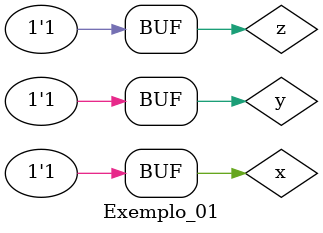
<source format=v>

module tabela ( output a,
		output b,
		output c,
		output d,
		output e,
		input  x,
		input  y,
		input  z);

//descrever por expressao
assign a = (~x&~y&z)|(~x&y&z)|(x&y&z);
assign b = (~x&~y&~z)|(x&~y&~z)|(x&y&~z);
assign c = (~x&~y&~z)|(~x&~y&z)|(~x&y&z)|(x&~y&z);
assign d = (~x&y&~z)|(~x&y&z)|(x&y&~z)|(x&y&z);
assign e = (~x&~y&~z)|(~x&y&z)|(x&~y&~z)|(x&~y&z);

endmodule //tabela

module simplificado ( output a,
		      output b,
		      output c,
		      output d,
		      output e,
		      input  x,
		      input  y,
		      input  z);

//descrever por expressao
assign a = (~x&z)|(y&z);
assign b = (~y&~z)|(x&~z);
assign c = (~x&~y)|(~x&z)|(~y&z);
assign d = (~x&y)|(y&~z)|(x&y)|(y&z);
assign e = (~y&~z)|(x&~y);

endmodule //simplificado

module Exemplo_01;

//---------------------------- definir dados
reg x;
reg y;
reg z;

wire a;
wire b;
wire c;
wire d;
wire e;

wire a2;
wire b2;
wire c2;
wire d2;
wire e2;

tabela moduloTable(a, b, c, d, e, x, y, z);
simplificado moduloSimple(a2, b2, c2, d2, e2, x, y, z);

//--------------------------- parte principal
initial 
   begin : main
      $display("Exemplo_01 - Matheus Santos Rosa Carneiro - 613414");
      $display("Test module Mapa Veitch-Karnaugh");
      $display("X Y Z :  A  A2 B B2  C C2  D D2  E E2");

      //projetar testes do modulo
      $monitor("%b %b %b : %2b %2b %2b %2b %2b %2b %2b %2b %2b %2b", x, y, z, a, a2, b, b2, c, c2, d, d2, e, e2);

	 x = 0; y = 0; z = 0;
      #1 x = 0; y = 0; z = 1;
      #1 x = 0; y = 1; z = 0;
      #1 x = 0; y = 1; z = 1;
      #1 x = 1; y = 0; z = 0;
      #1 x = 1; y = 0; z = 1;
      #1 x = 1; y = 1; z = 0;
      #1 x = 1; y = 1; z = 1;

    end
endmodule //Exemplo_01













</source>
